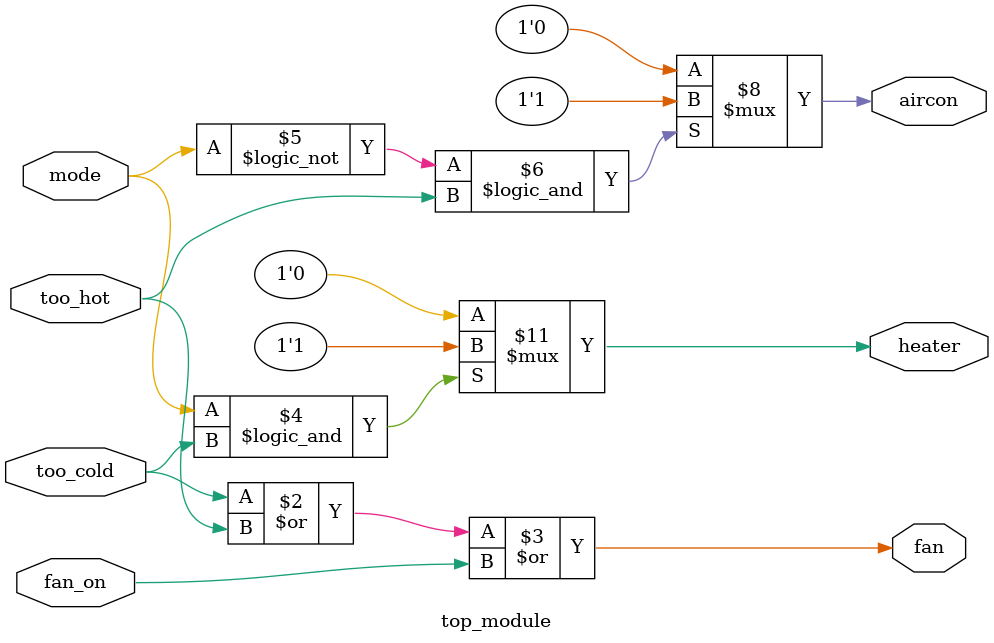
<source format=sv>
module top_module(
    input mode,
    input too_cold,
    input too_hot,
    input fan_on,
    output reg heater,
    output reg aircon,
    output reg fan
);
    
    always @(*) begin
        // Control fan
        fan = too_cold | too_hot | fan_on;
        
        // Control heater
        if (mode && too_cold)
            heater = 1;
        else
            heater = 0;
        
        // Control aircon
        if (!mode && too_hot)
            aircon = 1;
        else
            aircon = 0;
    end
    
endmodule

</source>
